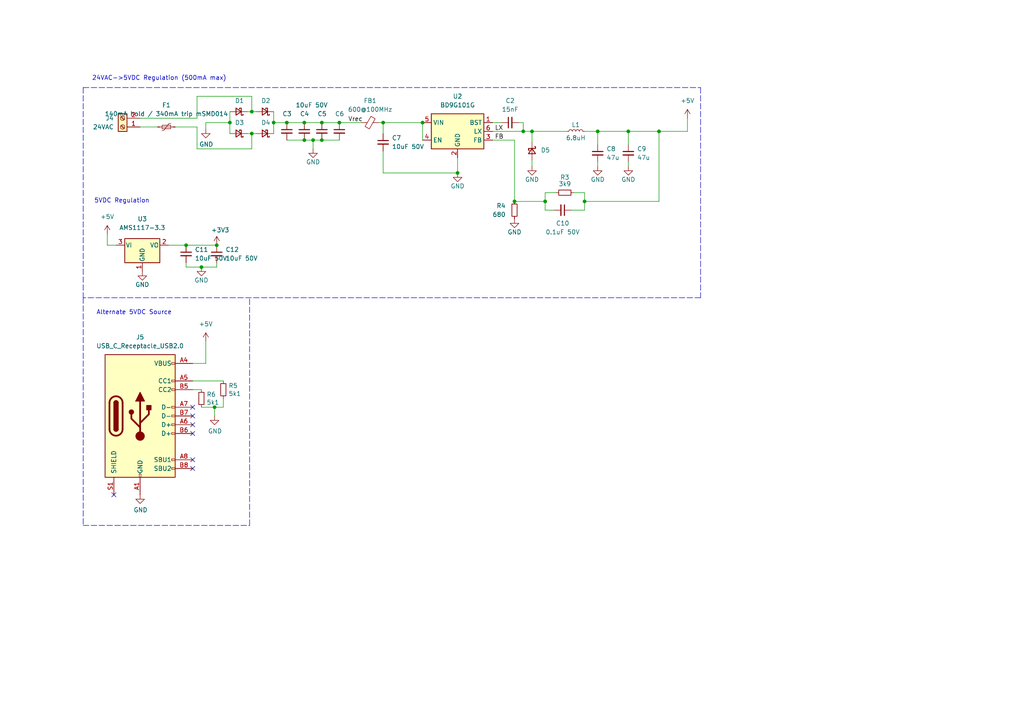
<source format=kicad_sch>
(kicad_sch (version 20211123) (generator eeschema)
  (paper "A4")
  (lib_symbols
    (symbol "Connector:Screw_Terminal_01x02" (pin_names (offset 1.016) hide)
      (property "Reference" "J" (at 0 2.54 0))
      (property "Value" "Screw_Terminal_01x02" (at 0 -5.08 0))
      (symbol "Screw_Terminal_01x02_1_1"
        (rectangle (start -1.27 1.27) (end 1.27 -3.81) (stroke (width 0.254)) (fill (type background)))
        (circle (center 0 -2.54) (radius 0.635) (stroke (width 0.1524)))
        (polyline (pts (xy -0.5334 -2.2098) (xy 0.3302 -3.048)) (stroke (width 0.1524)))
        (polyline (pts (xy -0.5334 0.3302) (xy 0.3302 -0.508)) (stroke (width 0.1524)))
        (polyline (pts (xy -0.3556 -2.032) (xy 0.508 -2.8702)) (stroke (width 0.1524)))
        (polyline (pts (xy -0.3556 0.508) (xy 0.508 -0.3302)) (stroke (width 0.1524)))
        (circle (center 0 0) (radius 0.635) (stroke (width 0.1524)))
        (pin passive line (at -5.08 0 0) (length 3.81) (name "Pin_1") (number "1"))
        (pin passive line (at -5.08 -2.54 0) (length 3.81) (name "Pin_2") (number "2"))
      )
    )
    (symbol "Connector:USB_C_Receptacle_USB2.0" (pin_names (offset 1.016))
      (property "Reference" "J" (at -10.16 19.05 0))
      (property "Value" "USB_C_Receptacle_USB2.0" (at 19.05 19.05 0))
      (symbol "USB_C_Receptacle_USB2.0_0_0"
        (rectangle (start -0.254 -17.78) (end 0.254 -16.764))
        (rectangle (start 10.16 -14.986) (end 9.144 -15.494))
        (rectangle (start 10.16 -12.446) (end 9.144 -12.954))
        (rectangle (start 10.16 -4.826) (end 9.144 -5.334))
        (rectangle (start 10.16 -2.286) (end 9.144 -2.794))
        (rectangle (start 10.16 0.254) (end 9.144 -0.254))
        (rectangle (start 10.16 2.794) (end 9.144 2.286))
        (rectangle (start 10.16 7.874) (end 9.144 7.366))
        (rectangle (start 10.16 10.414) (end 9.144 9.906))
        (rectangle (start 10.16 15.494) (end 9.144 14.986))
      )
      (symbol "USB_C_Receptacle_USB2.0_0_1"
        (rectangle (start -10.16 17.78) (end 10.16 -17.78) (stroke (width 0.254)) (fill (type background)))
        (arc (start -8.89 -3.81) (mid -6.985 -5.715) (end -5.08 -3.81) (stroke (width 0.508)))
        (arc (start -7.62 -3.81) (mid -6.985 -4.445) (end -6.35 -3.81) (stroke (width 0.254)))
        (arc (start -7.62 -3.81) (mid -6.985 -4.445) (end -6.35 -3.81) (stroke (width 0.254)) (fill (type outline)))
        (rectangle (start -7.62 -3.81) (end -6.35 3.81) (stroke (width 0.254)) (fill (type outline)))
        (arc (start -6.35 3.81) (mid -6.985 4.445) (end -7.62 3.81) (stroke (width 0.254)))
        (arc (start -6.35 3.81) (mid -6.985 4.445) (end -7.62 3.81) (stroke (width 0.254)) (fill (type outline)))
        (arc (start -5.08 3.81) (mid -6.985 5.715) (end -8.89 3.81) (stroke (width 0.508)))
        (circle (center -2.54 1.143) (radius 0.635) (stroke (width 0.254)) (fill (type outline)))
        (circle (center 0 -5.842) (radius 1.27) (fill (type outline)))
        (polyline (pts (xy -8.89 -3.81) (xy -8.89 3.81)) (stroke (width 0.508)))
        (polyline (pts (xy -5.08 3.81) (xy -5.08 -3.81)) (stroke (width 0.508)))
        (polyline (pts (xy 0 -5.842) (xy 0 4.318)) (stroke (width 0.508)))
        (polyline (pts (xy 0 -3.302) (xy -2.54 -0.762) (xy -2.54 0.508)) (stroke (width 0.508)))
        (polyline (pts (xy 0 -2.032) (xy 2.54 0.508) (xy 2.54 1.778)) (stroke (width 0.508)))
        (polyline (pts (xy -1.27 4.318) (xy 0 6.858) (xy 1.27 4.318) (xy -1.27 4.318)) (stroke (width 0.254)) (fill (type outline)))
        (rectangle (start 1.905 1.778) (end 3.175 3.048) (stroke (width 0.254)) (fill (type outline)))
      )
      (symbol "USB_C_Receptacle_USB2.0_1_1"
        (pin passive line (at 0 -22.86 90) (length 5.08) (name "GND") (number "A1"))
        (pin passive line (at 0 -22.86 90) (length 5.08) hide (name "GND") (number "A12"))
        (pin passive line (at 15.24 15.24 180) (length 5.08) (name "VBUS") (number "A4"))
        (pin bidirectional line (at 15.24 10.16 180) (length 5.08) (name "CC1") (number "A5"))
        (pin bidirectional line (at 15.24 -2.54 180) (length 5.08) (name "D+") (number "A6"))
        (pin bidirectional line (at 15.24 2.54 180) (length 5.08) (name "D-") (number "A7"))
        (pin bidirectional line (at 15.24 -12.7 180) (length 5.08) (name "SBU1") (number "A8"))
        (pin passive line (at 15.24 15.24 180) (length 5.08) hide (name "VBUS") (number "A9"))
        (pin passive line (at 0 -22.86 90) (length 5.08) hide (name "GND") (number "B1"))
        (pin passive line (at 0 -22.86 90) (length 5.08) hide (name "GND") (number "B12"))
        (pin passive line (at 15.24 15.24 180) (length 5.08) hide (name "VBUS") (number "B4"))
        (pin bidirectional line (at 15.24 7.62 180) (length 5.08) (name "CC2") (number "B5"))
        (pin bidirectional line (at 15.24 -5.08 180) (length 5.08) (name "D+") (number "B6"))
        (pin bidirectional line (at 15.24 0 180) (length 5.08) (name "D-") (number "B7"))
        (pin bidirectional line (at 15.24 -15.24 180) (length 5.08) (name "SBU2") (number "B8"))
        (pin passive line (at 15.24 15.24 180) (length 5.08) hide (name "VBUS") (number "B9"))
        (pin passive line (at -7.62 -22.86 90) (length 5.08) (name "SHIELD") (number "S1"))
      )
    )
    (symbol "Device:C_Small" (pin_numbers hide) (pin_names (offset 0.254) hide)
      (property "Reference" "C" (at 0.254 1.778 0))
      (property "Value" "C_Small" (at 0.254 -2.032 0))
      (symbol "C_Small_0_1"
        (polyline (pts (xy -1.524 -0.508) (xy 1.524 -0.508)) (stroke (width 0.3302)))
        (polyline (pts (xy -1.524 0.508) (xy 1.524 0.508)) (stroke (width 0.3048)))
      )
      (symbol "C_Small_1_1"
        (pin passive line (at 0 2.54 270) (length 2.032) (name "~") (number "1"))
        (pin passive line (at 0 -2.54 90) (length 2.032) (name "~") (number "2"))
      )
    )
    (symbol "Device:D_Schottky_Small" (pin_numbers hide) (pin_names (offset 0.254) hide)
      (property "Reference" "D" (at -1.27 2.032 0))
      (property "Value" "D_Schottky_Small" (at -7.112 -2.032 0))
      (symbol "D_Schottky_Small_0_1"
        (polyline (pts (xy -0.762 0) (xy 0.762 0)))
        (polyline (pts (xy 0.762 -1.016) (xy -0.762 0) (xy 0.762 1.016) (xy 0.762 -1.016)) (stroke (width 0.254)))
        (polyline (pts (xy -1.27 0.762) (xy -1.27 1.016) (xy -0.762 1.016) (xy -0.762 -1.016) (xy -0.254 -1.016) (xy -0.254 -0.762)) (stroke (width 0.254)))
      )
      (symbol "D_Schottky_Small_1_1"
        (pin passive line (at -2.54 0 0) (length 1.778) (name "K") (number "1"))
        (pin passive line (at 2.54 0 180) (length 1.778) (name "A") (number "2"))
      )
    )
    (symbol "Device:FerriteBead_Small" (pin_numbers hide) (pin_names (offset 0))
      (property "Reference" "FB" (at 1.905 1.27 0))
      (property "Value" "FerriteBead_Small" (at 1.905 -1.27 0))
      (symbol "FerriteBead_Small_0_1"
        (polyline (pts (xy 0 -1.27) (xy 0 -0.7874)))
        (polyline (pts (xy 0 0.889) (xy 0 1.2954)))
        (polyline (pts (xy -1.8288 0.2794) (xy -1.1176 1.4986) (xy 1.8288 -0.2032) (xy 1.1176 -1.4224) (xy -1.8288 0.2794)))
      )
      (symbol "FerriteBead_Small_1_1"
        (pin passive line (at 0 2.54 270) (length 1.27) (name "~") (number "1"))
        (pin passive line (at 0 -2.54 90) (length 1.27) (name "~") (number "2"))
      )
    )
    (symbol "Device:L_Small" (pin_numbers hide) (pin_names (offset 0.254) hide)
      (property "Reference" "L" (at 0.762 1.016 0))
      (property "Value" "L_Small" (at 0.762 -1.016 0))
      (symbol "L_Small_0_1"
        (arc (start 0 -2.032) (mid 0.508 -1.524) (end 0 -1.016))
        (arc (start 0 -1.016) (mid 0.508 -0.508) (end 0 0))
        (arc (start 0 0) (mid 0.508 0.508) (end 0 1.016))
        (arc (start 0 1.016) (mid 0.508 1.524) (end 0 2.032))
      )
      (symbol "L_Small_1_1"
        (pin passive line (at 0 2.54 270) (length 0.508) (name "~") (number "1"))
        (pin passive line (at 0 -2.54 90) (length 0.508) (name "~") (number "2"))
      )
    )
    (symbol "Device:Polyfuse_Small" (pin_numbers hide) (pin_names (offset 0))
      (property "Reference" "F" (at -1.905 0 90))
      (property "Value" "Polyfuse_Small" (at 1.905 0 90))
      (symbol "Polyfuse_Small_0_1"
        (rectangle (start -0.508 1.27) (end 0.508 -1.27))
        (polyline (pts (xy 0 2.54) (xy 0 -2.54)))
        (polyline (pts (xy -1.016 1.27) (xy -1.016 0.762) (xy 1.016 -0.762) (xy 1.016 -1.27)))
      )
      (symbol "Polyfuse_Small_1_1"
        (pin passive line (at 0 2.54 270) (length 0.635) (name "~") (number "1"))
        (pin passive line (at 0 -2.54 90) (length 0.635) (name "~") (number "2"))
      )
    )
    (symbol "Device:R_Small" (pin_numbers hide) (pin_names (offset 0.254) hide)
      (property "Reference" "R" (at 0.762 0.508 0))
      (property "Value" "R_Small" (at 0.762 -1.016 0))
      (symbol "R_Small_0_1"
        (rectangle (start -0.762 1.778) (end 0.762 -1.778) (stroke (width 0.2032)))
      )
      (symbol "R_Small_1_1"
        (pin passive line (at 0 2.54 270) (length 0.762) (name "~") (number "1"))
        (pin passive line (at 0 -2.54 90) (length 0.762) (name "~") (number "2"))
      )
    )
    (symbol "Regulator_Linear:AP1117-33" (pin_names (offset 0.254))
      (property "Reference" "U" (at -3.81 3.175 0))
      (property "Value" "AP1117-33" (at 0 3.175 0))
      (symbol "AP1117-33_0_1"
        (rectangle (start -5.08 -5.08) (end 5.08 1.905) (stroke (width 0.254)) (fill (type background)))
      )
      (symbol "AP1117-33_1_1"
        (pin power_in line (at 0 -7.62 90) (length 2.54) (name "GND") (number "1"))
        (pin power_out line (at 7.62 0 180) (length 2.54) (name "VO") (number "2"))
        (pin power_in line (at -7.62 0 0) (length 2.54) (name "VI") (number "3"))
      )
    )
    (symbol "Regulator_Switching:AOZ1280CI"
      (property "Reference" "U" (at -6.35 -6.35 0))
      (property "Value" "AOZ1280CI" (at -2.54 6.35 0))
      (symbol "AOZ1280CI_0_1"
        (rectangle (start -7.62 5.08) (end 7.62 -5.08) (stroke (width 0.254)) (fill (type background)))
      )
      (symbol "AOZ1280CI_1_1"
        (pin input line (at 10.16 2.54 180) (length 2.54) (name "BST") (number "1"))
        (pin power_in line (at 0 -7.62 90) (length 2.54) (name "GND") (number "2"))
        (pin input line (at 10.16 -2.54 180) (length 2.54) (name "FB") (number "3"))
        (pin input line (at -10.16 -2.54 0) (length 2.54) (name "EN") (number "4"))
        (pin power_in line (at -10.16 2.54 0) (length 2.54) (name "VIN") (number "5"))
        (pin power_out line (at 10.16 0 180) (length 2.54) (name "LX") (number "6"))
      )
    )
    (symbol "power:+3V3" (power) (pin_names (offset 0))
      (property "Value" "+3V3" (at 0 3.556 0))
      (symbol "+3V3_0_1"
        (polyline (pts (xy -0.762 1.27) (xy 0 2.54)))
        (polyline (pts (xy 0 0) (xy 0 2.54)))
        (polyline (pts (xy 0 2.54) (xy 0.762 1.27)))
      )
      (symbol "+3V3_1_1"
        (pin power_in line (at 0 0 90) (length 0) hide (name "+3V3") (number "1"))
      )
    )
    (symbol "power:+5V" (power) (pin_names (offset 0))
      (property "Value" "+5V" (at 0 3.556 0))
      (symbol "+5V_0_1"
        (polyline (pts (xy -0.762 1.27) (xy 0 2.54)))
        (polyline (pts (xy 0 0) (xy 0 2.54)))
        (polyline (pts (xy 0 2.54) (xy 0.762 1.27)))
      )
      (symbol "+5V_1_1"
        (pin power_in line (at 0 0 90) (length 0) hide (name "+5V") (number "1"))
      )
    )
    (symbol "power:GND" (power) (pin_names (offset 0))
      (property "Value" "GND" (at 0 -3.81 0))
      (symbol "GND_0_1"
        (polyline (pts (xy 0 0) (xy 0 -1.27) (xy 1.27 -1.27) (xy 0 -2.54) (xy -1.27 -1.27) (xy 0 -1.27)))
      )
      (symbol "GND_1_1"
        (pin power_in line (at 0 0 270) (length 0) hide (name "GND") (number "1"))
      )
    )
  )
  (junction (at 62.865 71.12))
  (junction (at 62.23 118.11))
  (junction (at 111.125 35.56))
  (junction (at 149.225 58.42))
  (junction (at 73.025 32.385))
  (junction (at 169.545 58.42))
  (junction (at 88.265 40.64))
  (junction (at 83.185 35.56))
  (junction (at 79.375 35.56))
  (junction (at 158.115 58.42))
  (junction (at 122.555 35.56))
  (junction (at 132.715 50.165))
  (junction (at 53.975 71.12))
  (junction (at 154.305 38.1))
  (junction (at 73.025 38.735))
  (junction (at 98.425 35.56))
  (junction (at 191.135 38.1))
  (junction (at 88.265 35.56))
  (junction (at 182.245 38.1))
  (junction (at 93.345 35.56))
  (junction (at 58.42 77.47))
  (junction (at 151.765 38.1))
  (junction (at 66.675 35.56))
  (junction (at 93.345 40.64))
  (junction (at 173.355 38.1))
  (junction (at 90.805 40.64))
  (no_connect (at 55.88 123.19))
  (no_connect (at 55.88 120.65))
  (no_connect (at 55.88 118.11))
  (no_connect (at 55.88 135.89))
  (no_connect (at 33.02 143.51))
  (no_connect (at 55.88 133.35))
  (no_connect (at 55.88 125.73))
  (wire (pts (xy 59.69 105.41) (xy 59.69 99.06)))
  (wire (pts (xy 158.115 55.88) (xy 158.115 58.42)))
  (wire (pts (xy 66.675 35.56) (xy 66.675 38.735)))
  (wire (pts (xy 173.355 38.1) (xy 169.545 38.1)))
  (wire (pts (xy 182.245 41.91) (xy 182.245 38.1)))
  (polyline (pts (xy 24.13 152.4) (xy 72.39 152.4)))
  (wire (pts (xy 191.135 38.1) (xy 191.135 58.42)))
  (wire (pts (xy 62.23 118.11) (xy 62.23 120.65)))
  (wire (pts (xy 173.355 41.91) (xy 173.355 38.1)))
  (wire (pts (xy 64.77 118.11) (xy 64.77 115.57)))
  (wire (pts (xy 169.545 58.42) (xy 191.135 58.42)))
  (wire (pts (xy 53.975 77.47) (xy 58.42 77.47)))
  (wire (pts (xy 79.375 35.56) (xy 79.375 38.735)))
  (wire (pts (xy 88.265 40.64) (xy 90.805 40.64)))
  (wire (pts (xy 58.42 118.11) (xy 62.23 118.11)))
  (wire (pts (xy 57.15 34.29) (xy 57.15 27.94)))
  (wire (pts (xy 142.875 38.1) (xy 151.765 38.1)))
  (wire (pts (xy 90.805 40.64) (xy 93.345 40.64)))
  (wire (pts (xy 142.875 35.56) (xy 145.415 35.56)))
  (wire (pts (xy 79.375 35.56) (xy 83.185 35.56)))
  (polyline (pts (xy 203.2 86.36) (xy 24.13 86.36)))
  (wire (pts (xy 88.265 35.56) (xy 93.345 35.56)))
  (wire (pts (xy 62.865 76.2) (xy 62.865 77.47)))
  (wire (pts (xy 158.115 60.96) (xy 160.655 60.96)))
  (wire (pts (xy 55.88 113.03) (xy 58.42 113.03)))
  (wire (pts (xy 31.115 71.12) (xy 31.115 67.945)))
  (wire (pts (xy 73.025 32.385) (xy 73.025 27.94)))
  (wire (pts (xy 79.375 32.385) (xy 79.375 35.56)))
  (wire (pts (xy 169.545 60.96) (xy 165.735 60.96)))
  (wire (pts (xy 132.715 45.72) (xy 132.715 50.165)))
  (wire (pts (xy 150.495 35.56) (xy 151.765 35.56)))
  (polyline (pts (xy 24.13 86.36) (xy 24.13 152.4)))
  (wire (pts (xy 169.545 58.42) (xy 169.545 60.96)))
  (wire (pts (xy 169.545 55.88) (xy 169.545 58.42)))
  (wire (pts (xy 154.305 38.1) (xy 164.465 38.1)))
  (wire (pts (xy 73.025 38.735) (xy 74.295 38.735)))
  (wire (pts (xy 111.125 35.56) (xy 122.555 35.56)))
  (wire (pts (xy 182.245 48.26) (xy 182.245 46.99)))
  (wire (pts (xy 83.185 35.56) (xy 88.265 35.56)))
  (polyline (pts (xy 24.13 25.4) (xy 24.13 86.36)))
  (wire (pts (xy 40.64 36.83) (xy 45.72 36.83)))
  (wire (pts (xy 93.345 40.64) (xy 98.425 40.64)))
  (wire (pts (xy 66.675 32.385) (xy 66.675 35.56)))
  (wire (pts (xy 73.025 32.385) (xy 74.295 32.385)))
  (wire (pts (xy 59.69 35.56) (xy 66.675 35.56)))
  (wire (pts (xy 98.425 35.56) (xy 104.775 35.56)))
  (polyline (pts (xy 24.13 25.4) (xy 203.2 25.4)))
  (wire (pts (xy 151.765 35.56) (xy 151.765 38.1)))
  (wire (pts (xy 182.245 38.1) (xy 191.135 38.1)))
  (wire (pts (xy 158.115 58.42) (xy 158.115 60.96)))
  (wire (pts (xy 154.305 41.275) (xy 154.305 38.1)))
  (wire (pts (xy 73.025 43.18) (xy 57.15 43.18)))
  (wire (pts (xy 109.855 35.56) (xy 111.125 35.56)))
  (wire (pts (xy 149.225 58.42) (xy 149.225 40.64)))
  (wire (pts (xy 48.895 71.12) (xy 53.975 71.12)))
  (wire (pts (xy 71.755 38.735) (xy 73.025 38.735)))
  (wire (pts (xy 55.88 105.41) (xy 59.69 105.41)))
  (wire (pts (xy 57.15 43.18) (xy 57.15 36.83)))
  (wire (pts (xy 83.185 40.64) (xy 88.265 40.64)))
  (wire (pts (xy 50.8 36.83) (xy 57.15 36.83)))
  (wire (pts (xy 53.975 76.2) (xy 53.975 77.47)))
  (wire (pts (xy 182.245 38.1) (xy 173.355 38.1)))
  (wire (pts (xy 166.37 55.88) (xy 169.545 55.88)))
  (wire (pts (xy 158.115 55.88) (xy 161.29 55.88)))
  (wire (pts (xy 40.64 34.29) (xy 57.15 34.29)))
  (wire (pts (xy 111.125 43.815) (xy 111.125 50.165)))
  (wire (pts (xy 73.025 38.735) (xy 73.025 43.18)))
  (wire (pts (xy 90.805 40.64) (xy 90.805 43.18)))
  (wire (pts (xy 62.23 118.11) (xy 64.77 118.11)))
  (wire (pts (xy 57.15 27.94) (xy 73.025 27.94)))
  (wire (pts (xy 151.765 38.1) (xy 154.305 38.1)))
  (wire (pts (xy 149.225 58.42) (xy 158.115 58.42)))
  (wire (pts (xy 59.69 35.56) (xy 59.69 37.465)))
  (wire (pts (xy 173.355 48.26) (xy 173.355 46.99)))
  (wire (pts (xy 122.555 35.56) (xy 122.555 40.64)))
  (wire (pts (xy 53.975 71.12) (xy 62.865 71.12)))
  (wire (pts (xy 199.39 34.29) (xy 199.39 38.1)))
  (wire (pts (xy 149.225 40.64) (xy 142.875 40.64)))
  (wire (pts (xy 154.305 48.26) (xy 154.305 46.355)))
  (polyline (pts (xy 72.39 152.4) (xy 72.39 86.36)))
  (wire (pts (xy 55.88 110.49) (xy 64.77 110.49)))
  (polyline (pts (xy 203.2 25.4) (xy 203.2 86.36)))
  (wire (pts (xy 33.655 71.12) (xy 31.115 71.12)))
  (wire (pts (xy 111.125 35.56) (xy 111.125 38.735)))
  (wire (pts (xy 191.135 38.1) (xy 199.39 38.1)))
  (wire (pts (xy 71.755 32.385) (xy 73.025 32.385)))
  (wire (pts (xy 62.865 77.47) (xy 58.42 77.47)))
  (wire (pts (xy 111.125 50.165) (xy 132.715 50.165)))
  (wire (pts (xy 93.345 35.56) (xy 98.425 35.56)))
  (text "5VDC Regulation" (at 27.305 59.055 0) (effects (font (size 1.27 1.27)) (justify left bottom)))
  (text "Alternate 5VDC Source" (at 27.94 91.44 0) (effects (font (size 1.27 1.27)) (justify left bottom)))
  (text "24VAC->5VDC Regulation (500mA max)" (at 26.67 23.495 0) (effects (font (size 1.27 1.27)) (justify left bottom)))
  (label "LX" (at 143.51 38.1 0))
  (label "Vrec" (at 100.965 35.56 0))
  (label "FB" (at 143.51 40.64 0))
  (symbol (lib_id "Connector:USB_C_Receptacle_USB2.0") (at 40.64 120.65 0) (unit 1)
    (property "Reference" "J5" (at 40.64 97.79 0))
    (property "Value" "USB_C_Receptacle_USB2.0" (at 40.64 100.33 0))
    (property "Footprint" "Connector_USB:USB_C_Receptacle_HRO_TYPE-C-31-M-12" (effects hide))
    (property "Datasheet" "https://www.usb.org/sites/default/files/documents/usb_type-c.zip" (effects hide))
    (property "LCSC" "C165948" (effects hide))
  )
  (symbol (lib_id "power:GND") (at 173.355 48.26 0) (unit 1)
    (property "Reference" "#PWR013" (effects hide))
    (property "Value" "GND" (at 173.355 52.07 0))
  )
  (symbol (lib_id "power:GND") (at 59.69 37.465 0) (unit 1)
    (property "Reference" "#PWR010" (effects hide))
    (property "Value" "GND" (at 59.817 41.8592 0))
  )
  (symbol (lib_id "power:+5V") (at 31.115 67.945 0) (unit 1)
    (property "Reference" "#PWR017" (effects hide))
    (property "Value" "+5V" (at 31.115 62.865 0))
  )
  (symbol (lib_id "power:GND") (at 132.715 50.165 0) (unit 1)
    (property "Reference" "#PWR015" (effects hide))
    (property "Value" "GND" (at 132.715 53.975 0))
  )
  (symbol (lib_id "Device:R_Small") (at 64.77 113.03 0) (unit 1)
    (property "Reference" "R5" (at 66.2686 111.8616 0) (effects (justify left)))
    (property "Value" "5k1" (at 66.2686 114.173 0) (effects (justify left)))
    (property "Footprint" "Resistor_SMD:R_0402_1005Metric" (effects hide))
    (property "LCSC" "C25905" (effects hide))
  )
  (symbol (lib_id "Regulator_Switching:AOZ1280CI") (at 132.715 38.1 0) (unit 1)
    (property "Reference" "U2" (at 132.715 27.94 0))
    (property "Value" "BD9G101G" (at 132.715 30.48 0))
    (property "Footprint" "Package_TO_SOT_SMD:SOT-23-6" (effects hide))
    (property "Datasheet" "http://aosmd.com/res/data_sheets/AOZ1280CI.pdf" (effects hide))
    (property "LCSC" "C108761" (effects hide))
  )
  (symbol (lib_id "Connector:Screw_Terminal_01x02") (at 35.56 36.83 180) (unit 1)
    (property "Reference" "J4" (at 33.02 34.2899 0) (effects (justify left)))
    (property "Value" "24VAC" (at 33.02 36.8299 0) (effects (justify left)))
    (property "Footprint" "TerminalBlock_Phoenix:TerminalBlock_Phoenix_MKDS-1,5-2-5.08_1x02_P5.08mm_Horizontal" (effects hide))
    (property "Part" "1935161" (effects hide))
    (property "LCSC" "DNP" (effects hide))
  )
  (symbol (lib_id "power:GND") (at 58.42 77.47 0) (unit 1)
    (property "Reference" "#PWR019" (effects hide))
    (property "Value" "GND" (at 58.42 81.28 0))
  )
  (symbol (lib_id "power:GND") (at 62.23 120.65 0) (unit 1)
    (property "Reference" "#PWR022" (effects hide))
    (property "Value" "GND" (at 62.357 125.0442 0))
  )
  (symbol (lib_id "Device:C_Small") (at 98.425 38.1 0) (unit 1)
    (property "Reference" "C6" (at 97.155 33.02 0) (effects (justify left)))
    (property "Value" "10uF 50V" (effects hide))
    (property "Footprint" "Capacitor_SMD:C_1206_3216Metric" (effects hide))
    (property "LCSC" "C13585" (effects hide))
  )
  (symbol (lib_id "Device:C_Small") (at 173.355 44.45 0) (unit 1)
    (property "Reference" "C8" (at 175.895 43.18 0) (effects (justify left)))
    (property "Value" "47u" (at 175.895 45.72 0) (effects (justify left)))
    (property "Footprint" "Capacitor_SMD:C_1206_3216Metric" (effects hide))
    (property "LCSC" "C96123" (effects hide))
  )
  (symbol (lib_id "Device:C_Small") (at 182.245 44.45 0) (unit 1)
    (property "Reference" "C9" (at 184.785 43.18 0) (effects (justify left)))
    (property "Value" "47u" (at 184.785 45.72 0) (effects (justify left)))
    (property "Footprint" "Capacitor_SMD:C_1206_3216Metric" (effects hide))
    (property "LCSC" "C96123" (effects hide))
  )
  (symbol (lib_id "power:GND") (at 40.64 143.51 0) (unit 1)
    (property "Reference" "#PWR023" (effects hide))
    (property "Value" "GND" (at 40.767 147.9042 0))
  )
  (symbol (lib_id "power:GND") (at 154.305 48.26 0) (unit 1)
    (property "Reference" "#PWR012" (effects hide))
    (property "Value" "GND" (at 154.305 52.07 0))
  )
  (symbol (lib_id "power:GND") (at 182.245 48.26 0) (unit 1)
    (property "Reference" "#PWR014" (effects hide))
    (property "Value" "GND" (at 182.245 52.07 0))
  )
  (symbol (lib_id "power:+5V") (at 59.69 99.06 0) (unit 1)
    (property "Reference" "#PWR021" (effects hide))
    (property "Value" "+5V" (at 59.69 93.98 0))
  )
  (symbol (lib_id "power:GND") (at 90.805 43.18 0) (unit 1)
    (property "Reference" "#PWR011" (effects hide))
    (property "Value" "GND" (at 90.805 46.99 0))
  )
  (symbol (lib_id "Device:R_Small") (at 163.83 55.88 90) (unit 1)
    (property "Reference" "R3" (at 163.83 51.435 90))
    (property "Value" "3k9" (at 163.83 53.34 90))
    (property "Footprint" "Resistor_SMD:R_0402_1005Metric" (effects hide))
    (property "LCSC" "C51721" (effects hide))
  )
  (symbol (lib_id "Device:D_Schottky_Small") (at 69.215 38.735 180) (unit 1)
    (property "Reference" "D3" (at 69.469 35.56 0))
    (property "Value" "SS210" (effects hide))
    (property "Footprint" "Diode_SMD:D_SMA" (effects hide))
    (property "LCSC" "C14996" (effects hide))
  )
  (symbol (lib_id "Device:R_Small") (at 58.42 115.57 0) (unit 1)
    (property "Reference" "R6" (at 59.9186 114.4016 0) (effects (justify left)))
    (property "Value" "5k1" (at 59.9186 116.713 0) (effects (justify left)))
    (property "Footprint" "Resistor_SMD:R_0402_1005Metric" (effects hide))
    (property "LCSC" "C25905" (effects hide))
  )
  (symbol (lib_id "Device:FerriteBead_Small") (at 107.315 35.56 270) (unit 1)
    (property "Reference" "FB1" (at 107.3531 29.21 90))
    (property "Value" "600@100MHz" (at 107.3531 31.75 90))
    (property "Footprint" "Inductor_SMD:L_0805_2012Metric" (effects hide))
    (property "LCSC" "C1017" (effects hide))
  )
  (symbol (lib_id "Device:D_Schottky_Small") (at 76.835 32.385 180) (unit 1)
    (property "Reference" "D2" (at 77.089 29.21 0))
    (property "Value" "SS210" (effects hide))
    (property "Footprint" "Diode_SMD:D_SMA" (effects hide))
    (property "LCSC" "C14996" (effects hide))
  )
  (symbol (lib_id "Device:C_Small") (at 62.865 73.66 0) (unit 1)
    (property "Reference" "C12" (at 65.405 72.39 0) (effects (justify left)))
    (property "Value" "10uF 50V" (at 65.405 74.93 0) (effects (justify left)))
    (property "Footprint" "Capacitor_SMD:C_1206_3216Metric" (effects hide))
    (property "LCSC" "C13585" (effects hide))
  )
  (symbol (lib_id "power:+3V3") (at 62.865 71.12 0) (unit 1)
    (property "Reference" "#PWR018" (effects hide))
    (property "Value" "+3V3" (at 63.881 66.7258 0))
  )
  (symbol (lib_id "Device:L_Small") (at 167.005 38.1 90) (unit 1)
    (property "Reference" "L1" (at 167.005 36.195 90))
    (property "Value" "6.8uH" (at 167.005 40.005 90))
    (property "Footprint" "Inductor_SMD:L_Sunlord_SWPA60xxS" (effects hide))
    (property "LCSC" "C57254" (effects hide))
  )
  (symbol (lib_id "power:GND") (at 41.275 78.74 0) (unit 1)
    (property "Reference" "#PWR020" (effects hide))
    (property "Value" "GND" (at 41.275 82.55 0))
  )
  (symbol (lib_id "Device:C_Small") (at 88.265 38.1 0) (unit 1)
    (property "Reference" "C4" (at 86.995 33.02 0) (effects (justify left)))
    (property "Value" "10uF 50V" (effects hide))
    (property "Footprint" "Capacitor_SMD:C_1206_3216Metric" (effects hide))
    (property "LCSC" "C13585" (effects hide))
  )
  (symbol (lib_id "Device:C_Small") (at 93.345 38.1 0) (unit 1)
    (property "Reference" "C5" (at 92.075 33.02 0) (effects (justify left)))
    (property "Value" "10uF 50V" (effects hide))
    (property "Footprint" "Capacitor_SMD:C_1206_3216Metric" (effects hide))
    (property "LCSC" "C13585" (effects hide))
  )
  (symbol (lib_id "Device:C_Small") (at 53.975 73.66 0) (unit 1)
    (property "Reference" "C11" (at 56.515 72.39 0) (effects (justify left)))
    (property "Value" "10uF 50V" (at 56.515 74.93 0) (effects (justify left)))
    (property "Footprint" "Capacitor_SMD:C_1206_3216Metric" (effects hide))
    (property "LCSC" "C13585" (effects hide))
  )
  (symbol (lib_id "Device:R_Small") (at 149.225 60.96 180) (unit 1)
    (property "Reference" "R4" (at 146.685 59.6899 0) (effects (justify left)))
    (property "Value" "680" (at 146.685 62.2299 0) (effects (justify left)))
    (property "Footprint" "Resistor_SMD:R_0402_1005Metric" (effects hide))
    (property "LCSC" "C25130" (effects hide))
  )
  (symbol (lib_id "Device:C_Small") (at 147.955 35.56 90) (unit 1)
    (property "Reference" "C2" (at 147.9613 29.21 90))
    (property "Value" "15nF" (at 147.9613 31.75 90))
    (property "Footprint" "Capacitor_SMD:C_0603_1608Metric" (effects hide))
    (property "LCSC" "C1596" (effects hide))
  )
  (symbol (lib_id "Device:D_Schottky_Small") (at 154.305 43.815 270) (unit 1)
    (property "Reference" "D5" (at 156.845 43.5609 90) (effects (justify left)))
    (property "Value" "SS210" (effects hide))
    (property "Footprint" "Diode_SMD:D_SMA" (effects hide))
    (property "LCSC" "C14996" (effects hide))
  )
  (symbol (lib_id "Regulator_Linear:AP1117-33") (at 41.275 71.12 0) (unit 1)
    (property "Reference" "U3" (at 41.275 63.5 0))
    (property "Value" "AMS1117-3.3" (at 41.275 66.04 0))
    (property "Footprint" "Package_TO_SOT_SMD:SOT-223-3_TabPin2" (effects hide))
    (property "Datasheet" "http://www.diodes.com/datasheets/AP1117.pdf" (effects hide))
    (property "LCSC" "C6186" (effects hide))
  )
  (symbol (lib_id "power:+5V") (at 199.39 34.29 0) (unit 1)
    (property "Reference" "#PWR09" (effects hide))
    (property "Value" "+5V" (at 199.39 29.21 0))
  )
  (symbol (lib_id "Device:C_Small") (at 83.185 38.1 0) (unit 1)
    (property "Reference" "C3" (at 81.915 33.02 0) (effects (justify left)))
    (property "Value" "10uF 50V" (at 85.725 30.48 0) (effects (justify left)))
    (property "Footprint" "Capacitor_SMD:C_1206_3216Metric" (effects hide))
    (property "LCSC" "C13585" (effects hide))
  )
  (symbol (lib_id "Device:Polyfuse_Small") (at 48.26 36.83 90) (unit 1)
    (property "Reference" "F1" (at 48.26 30.48 90))
    (property "Value" "140mA hold / 340mA trip mSMD014" (at 48.26 33.02 90))
    (property "Footprint" "Fuse:Fuse_1812_4532Metric" (effects hide))
    (property "LCSC" "C70106" (effects hide))
  )
  (symbol (lib_id "power:GND") (at 149.225 63.5 0) (unit 1)
    (property "Reference" "#PWR016" (effects hide))
    (property "Value" "GND" (at 149.225 67.31 0))
  )
  (symbol (lib_id "Device:C_Small") (at 163.195 60.96 270) (unit 1)
    (property "Reference" "C10" (at 163.195 64.77 90))
    (property "Value" "0.1uF 50V" (at 163.195 67.31 90))
    (property "Footprint" "Capacitor_SMD:C_0603_1608Metric" (effects hide))
    (property "LCSC" "C14663" (effects hide))
  )
  (symbol (lib_id "Device:D_Schottky_Small") (at 69.215 32.385 180) (unit 1)
    (property "Reference" "D1" (at 69.469 29.21 0))
    (property "Value" "SS210" (effects hide))
    (property "Footprint" "Diode_SMD:D_SMA" (effects hide))
    (property "LCSC" "C14996" (effects hide))
  )
  (symbol (lib_id "Device:D_Schottky_Small") (at 76.835 38.735 180) (unit 1)
    (property "Reference" "D4" (at 77.089 35.56 0))
    (property "Value" "SS210" (effects hide))
    (property "Footprint" "Diode_SMD:D_SMA" (effects hide))
    (property "LCSC" "C14996" (effects hide))
  )
  (symbol (lib_id "Device:C_Small") (at 111.125 41.275 0) (unit 1)
    (property "Reference" "C7" (at 113.665 40.005 0) (effects (justify left)))
    (property "Value" "10uF 50V" (at 113.665 42.545 0) (effects (justify left)))
    (property "Footprint" "Capacitor_SMD:C_1206_3216Metric" (effects hide))
    (property "LCSC" "C13585" (effects hide))
  )
)
</source>
